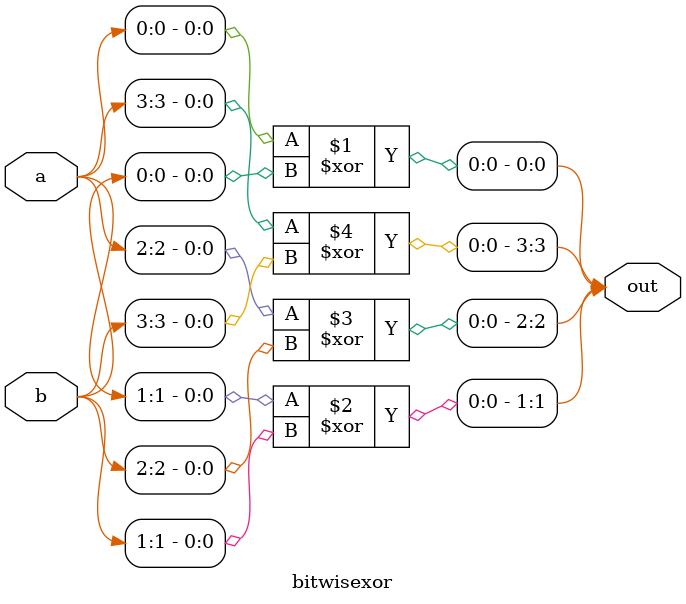
<source format=v>

module testbench;
 reg [3:0] A,B;
 reg [2:0] C;
 wire [3:0] F;

ALU al1(A,B,C,F);

initial 
    begin 
	A=4'b0110;
    B=4'b0010;
	C = 3'b000;

 #1 $display("A = %b -->  A's 2S Complement =%b \n",A,F);
 C=3'b001;
 #1 $display("B = %b -->  B's 2S Complement =%b \n",B,F);
 C=3'b010;
 #1 $display("A = %d , B =%d -->  A+B =%d \n",A,B,F);
C=3'b011;
  #1 $display("A = %d , B =%d -->  A-B =%d \n",A,B,F);
	C=3'b100;
	 #1 $display("A = %b , B =%b -->  A & B =%b \n",A,B,F);
	C=3'b101;
	 #1 $display("A = %b , B =%b -->  A | B =%b \n",A,B,F);
	 C=3'b110;
	 #1 $display("A = %d , B =%d -->  A * B =%d \n",A,B,F);
	 C =3'b111;
	#1 $display("A = %b , B =%b -->  A xor B =%b \n",A,B,F);
	
end
endmodule


module ALU(A,B,C,F);

input [3:0] A,B;
input [2:0] C;
output [3:0] F;
wire C1OUT;
 
 //0 2s complement of A
  //1 2s complement of B
  //2 A+B 
  //3 A-B
//4 A & B
  //5 A | B
  //6 A*B
 //7
wire [3:0] a2s;
wire [3:0] b2s;
wire[3:0] aPb;
wire[3:0] aMb;
wire[3:0] aAb;
wire[3:0] aOb;
wire[3:0] temp;
wire [3:0] amultb;
wire C2OUT;
wire C3OUT;
wire B1OUT;
wire C4OUT ;
wire [3:0] notA;
wire [3:0]notB;
wire [3:0] bitxor;


invertor invA(A,notA);
invertor invB(B,notB);


// 2S Complement A ;
ripplecadder rca1(notA,1'b1,1'b0,a2s,C1OUT);

// 2s Complement B;
ripplecadder rca2(notB,1'b1,1'b0,b2s,C2OUT);


// A+B 
ripplecadder rca3(A,B,1'b0,aPb,C3OUT);



// A-B
 ripplecadder rca4(~B,1'b1,1'b0,temp,C4OUT);
 ripplecadder rca5(A,temp,1'b0,aMb,B1OUT);


// A and B;
//assign aAb = A & B;
bitwiseand bitwAND(A,B,aAb);

// A or B
//assign aOb= A|B;
bitwiseor bitwsOR(A,B,aOb);

// A*B

multiplier m(A,B,amultb);

// bitwise xor on A ,B;
bitwisexor xr(A,B,bitxor);

mux8to1 mux0(a2s[0],b2s[0],aPb[0],aMb[0],aAb[0],aOb[0],amultb[0],bitxor[0],C,F[0]);
mux8to1 mux1(a2s[1],b2s[1],aPb[1],aMb[1],aAb[1],aOb[1],amultb[1],bitxor[1],C,F[1]);
mux8to1 mux2(a2s[2],b2s[2],aPb[2],aMb[2],aAb[2],aOb[2],amultb[2],bitxor[2],C,F[2]);
mux8to1 mux3(a2s[3],b2s[3],aPb[3],aMb[3],aAb[3],aOb[3],amultb[3],bitxor[3],C,F[3]);













endmodule










module halfadder(a,b,s,cout);


input a,b;
output  s,cout;

xor(s,a,b);
and(cout,a,b);


endmodule



module fulladder(a,b,cin,s,cout) ;

input  a,b ;
input cin;
output   s;
output cout;
wire c1,c2,s1;

halfadder ha1(a,b,s1,c1);
halfadder ha2(s1,cin,s,c2);
or(cout,c1,c2);


endmodule


module mux8to1(i0,i1,i2,i3,i4,i5,i6,i7,a,out);

input [2:0] a;

input i0,i1,i2,i3,i4,i5,i6,i7; 
output out;

wire w0,w1,w2,w3,w4,w5,w6,w7;

wire c0 ,c0n,c1,c1n,c2,c2n;

 assign c0=a[0];
 assign c1=a[1];
 assign c2=a[2];
not(c0n,c0);
not(c1n,c1);
not(c2n,c2);

and(w0,i0,c0n,c1n,c2n);
and(w1,i1,c0,c1n,c2n);
and(w2,i2,c0n,c1,c2n);
and(w3,i3,c0,c1,c2n);
and(w4,i4,c0n,c1n,c2);
and(w5,i5,c0,c1n,c2);
and(w6,i6,c0n,c1,c2);
and(w7,i7,c0,c1,c2);

or(out,w0,w1,w2,w3,w4,w5,w6,w7);

endmodule




module ripplecadder(a,b,cin,s,cout);

input [3:0] a,b;
input cin;
output  [3:0] s;
output  cout;
wire c1;
wire c2;
wire c3;


fulladder fa0(a[0],b[0],cin,s[0],c1);
fulladder fa1(a[1],b[1],c1,s[1],c2);
fulladder fa2(a[2],b[2],c2,s[2],c3);
fulladder fa3(a[3],b[3],c3,s[3],cout);




endmodule

module and4input(a,b,out);
input a;
input [3:0] b;
output [3:0] out;

and(out[0],a,b[0]);
and(out[1],a,b[1]);
and(out[2],a,b[2]);
and(out[3],a,b[3]);

endmodule


module and3input(a,b,out);
input a;
input [3:0] b;
output [2:0] out;

and(out[0],a,b[1]);
and(out[1],a,b[2]);
and(out[2],a,b[3]);


endmodule


module multiplier(a,b,out);

input [3:0] a,b;
output [3:0] out;



and(out[0],a[0],b[0]);
wire [3:0] a1,a2,a3,rcaout1,rcaout2;
wire [3:0] a0;
assign a0[3]=0;
wire fa11cout,fa12cout,fa13cout,s10,s11,s12,rca1out,fa21cout,fa22cout,fa23cout,s20,s21,s22,rca2out;
wire fa31cout;
and3input p(a[0],b,a0[2:0]);
and4input q(a[1],b,a1);
and4input r(a[2],b,a2);
and4input s(a[3],b,a3);        
                                           
 fulladder fa10(a0[0],a1[0],1'b0,out[1],fa11cout);
 fulladder fa11(a0[1],a1[1],fa11cout,s10,fa12cout);
 fulladder fa12(a0[2],a1[2],fa12cout,s11,fa13cout);
 fulladder fa13(a0[3],a1[3],fa13cout,s12,rca1out);
 
 
 fulladder fa20(a2[0],s10,1'b0,out[2],fa21cout);
 fulladder fa21(a2[1],s11,fa21cout,s20,fa22cout);
 fulladder fa22(a2[2],s12,fa22cout,s21,fa23cout);
 fulladder fa23(a2[3],rca21cout,fa23cout,s22,rca2out);

 fulladder fa30(a3[0],s20,1'b0,out[3],fa31cout);


endmodule



module bitwiseand(a,b,out);

input [3:0] a,b;
output[3:0] out;

and(out[0],a[0],b[0]);
and(out[1],a[1],b[1]);
and(out[2],a[2],b[2]);
and(out[3],a[3],b[3]);

endmodule


module bitwiseor(a,b,out);

input [3:0] a,b;
output[3:0] out;

or(out[0],a[0],b[0]);
or(out[1],a[1],b[1]);
or(out[2],a[2],b[2]);
or(out[3],a[3],b[3]);

endmodule


module invertor(a,out);

input [3:0] a;
output[3:0] out;

not(out[0],a[0]);
not(out[1],a[1]);
not(out[2],a[2]);
not(out[3],a[3]);


endmodule 

module bitwisexor(a,b,out);

input  [3:0] a,b;
output [3:0] out;

xor(out[0],a[0],b[0]);
xor(out[1],a[1],b[1]);
xor(out[2],a[2],b[2]);
xor(out[3],a[3],b[3]);

endmodule
</source>
